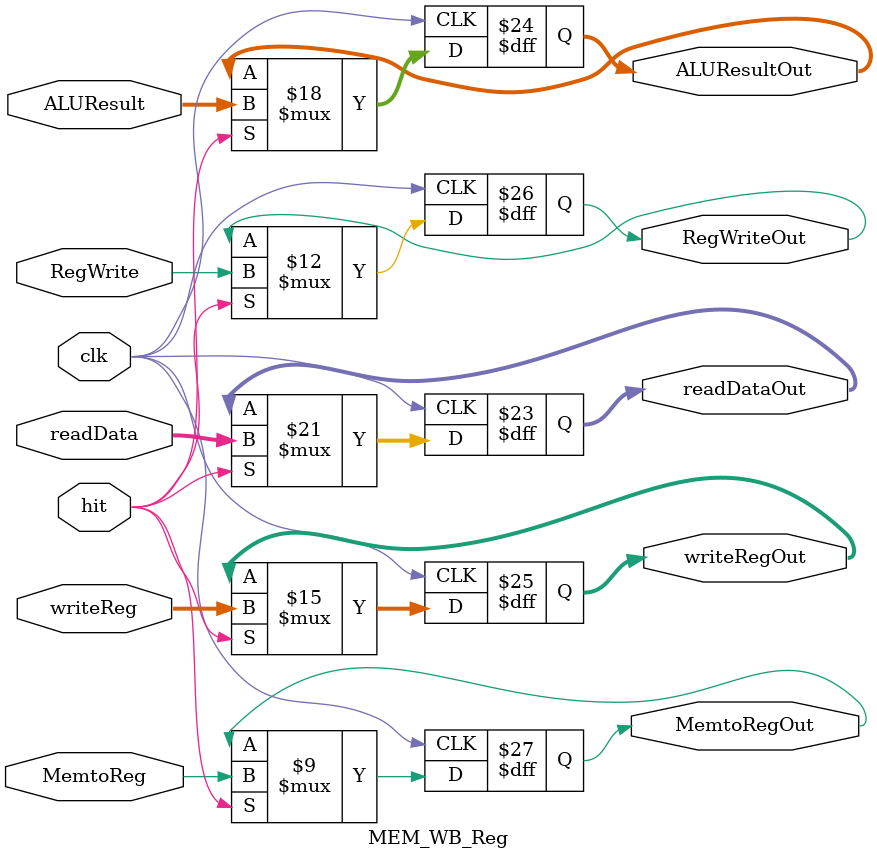
<source format=v>
`timescale 1ns / 1ps
module MEM_WB_Reg(
	input clk,
	input hit, 
	input [31:0] readData,
	input [31:0] ALUResult,
	input [4:0] writeReg,
	input RegWrite,
	input MemtoReg,
	
	output reg [31:0] readDataOut = 0,
	output reg [31:0] ALUResultOut = 0,
	output reg [4:0] writeRegOut = 0,
	output reg RegWriteOut = 0,
	output reg MemtoRegOut = 0
    );
	
	always @(negedge clk)
	begin
		if (hit == 1'b1)
			begin
				readDataOut = readData;
				ALUResultOut = ALUResult;
				writeRegOut = writeReg;
				RegWriteOut = RegWrite;
				MemtoRegOut = MemtoReg;
			end
	end

endmodule

</source>
